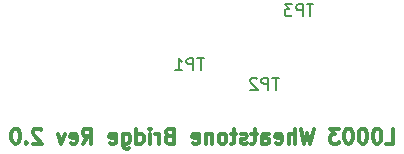
<source format=gbr>
%TF.GenerationSoftware,KiCad,Pcbnew,(6.0.5)*%
%TF.CreationDate,2022-06-11T19:53:57-07:00*%
%TF.ProjectId,L0003-Wheatstone-Bridge,4c303030-332d-4576-9865-617473746f6e,rev?*%
%TF.SameCoordinates,Original*%
%TF.FileFunction,Legend,Bot*%
%TF.FilePolarity,Positive*%
%FSLAX46Y46*%
G04 Gerber Fmt 4.6, Leading zero omitted, Abs format (unit mm)*
G04 Created by KiCad (PCBNEW (6.0.5)) date 2022-06-11 19:53:57*
%MOMM*%
%LPD*%
G01*
G04 APERTURE LIST*
%ADD10C,0.300000*%
%ADD11C,0.150000*%
G04 APERTURE END LIST*
D10*
X131082142Y-94300523D02*
X131686904Y-94300523D01*
X131686904Y-93030523D01*
X130416904Y-93030523D02*
X130295952Y-93030523D01*
X130175000Y-93091000D01*
X130114523Y-93151476D01*
X130054047Y-93272428D01*
X129993571Y-93514333D01*
X129993571Y-93816714D01*
X130054047Y-94058619D01*
X130114523Y-94179571D01*
X130175000Y-94240047D01*
X130295952Y-94300523D01*
X130416904Y-94300523D01*
X130537857Y-94240047D01*
X130598333Y-94179571D01*
X130658809Y-94058619D01*
X130719285Y-93816714D01*
X130719285Y-93514333D01*
X130658809Y-93272428D01*
X130598333Y-93151476D01*
X130537857Y-93091000D01*
X130416904Y-93030523D01*
X129207380Y-93030523D02*
X129086428Y-93030523D01*
X128965476Y-93091000D01*
X128905000Y-93151476D01*
X128844523Y-93272428D01*
X128784047Y-93514333D01*
X128784047Y-93816714D01*
X128844523Y-94058619D01*
X128905000Y-94179571D01*
X128965476Y-94240047D01*
X129086428Y-94300523D01*
X129207380Y-94300523D01*
X129328333Y-94240047D01*
X129388809Y-94179571D01*
X129449285Y-94058619D01*
X129509761Y-93816714D01*
X129509761Y-93514333D01*
X129449285Y-93272428D01*
X129388809Y-93151476D01*
X129328333Y-93091000D01*
X129207380Y-93030523D01*
X127997857Y-93030523D02*
X127876904Y-93030523D01*
X127755952Y-93091000D01*
X127695476Y-93151476D01*
X127635000Y-93272428D01*
X127574523Y-93514333D01*
X127574523Y-93816714D01*
X127635000Y-94058619D01*
X127695476Y-94179571D01*
X127755952Y-94240047D01*
X127876904Y-94300523D01*
X127997857Y-94300523D01*
X128118809Y-94240047D01*
X128179285Y-94179571D01*
X128239761Y-94058619D01*
X128300238Y-93816714D01*
X128300238Y-93514333D01*
X128239761Y-93272428D01*
X128179285Y-93151476D01*
X128118809Y-93091000D01*
X127997857Y-93030523D01*
X127151190Y-93030523D02*
X126365000Y-93030523D01*
X126788333Y-93514333D01*
X126606904Y-93514333D01*
X126485952Y-93574809D01*
X126425476Y-93635285D01*
X126365000Y-93756238D01*
X126365000Y-94058619D01*
X126425476Y-94179571D01*
X126485952Y-94240047D01*
X126606904Y-94300523D01*
X126969761Y-94300523D01*
X127090714Y-94240047D01*
X127151190Y-94179571D01*
X124974047Y-93030523D02*
X124671666Y-94300523D01*
X124429761Y-93393380D01*
X124187857Y-94300523D01*
X123885476Y-93030523D01*
X123401666Y-94300523D02*
X123401666Y-93030523D01*
X122857380Y-94300523D02*
X122857380Y-93635285D01*
X122917857Y-93514333D01*
X123038809Y-93453857D01*
X123220238Y-93453857D01*
X123341190Y-93514333D01*
X123401666Y-93574809D01*
X121768809Y-94240047D02*
X121889761Y-94300523D01*
X122131666Y-94300523D01*
X122252619Y-94240047D01*
X122313095Y-94119095D01*
X122313095Y-93635285D01*
X122252619Y-93514333D01*
X122131666Y-93453857D01*
X121889761Y-93453857D01*
X121768809Y-93514333D01*
X121708333Y-93635285D01*
X121708333Y-93756238D01*
X122313095Y-93877190D01*
X120619761Y-94300523D02*
X120619761Y-93635285D01*
X120680238Y-93514333D01*
X120801190Y-93453857D01*
X121043095Y-93453857D01*
X121164047Y-93514333D01*
X120619761Y-94240047D02*
X120740714Y-94300523D01*
X121043095Y-94300523D01*
X121164047Y-94240047D01*
X121224523Y-94119095D01*
X121224523Y-93998142D01*
X121164047Y-93877190D01*
X121043095Y-93816714D01*
X120740714Y-93816714D01*
X120619761Y-93756238D01*
X120196428Y-93453857D02*
X119712619Y-93453857D01*
X120015000Y-93030523D02*
X120015000Y-94119095D01*
X119954523Y-94240047D01*
X119833571Y-94300523D01*
X119712619Y-94300523D01*
X119349761Y-94240047D02*
X119228809Y-94300523D01*
X118986904Y-94300523D01*
X118865952Y-94240047D01*
X118805476Y-94119095D01*
X118805476Y-94058619D01*
X118865952Y-93937666D01*
X118986904Y-93877190D01*
X119168333Y-93877190D01*
X119289285Y-93816714D01*
X119349761Y-93695761D01*
X119349761Y-93635285D01*
X119289285Y-93514333D01*
X119168333Y-93453857D01*
X118986904Y-93453857D01*
X118865952Y-93514333D01*
X118442619Y-93453857D02*
X117958809Y-93453857D01*
X118261190Y-93030523D02*
X118261190Y-94119095D01*
X118200714Y-94240047D01*
X118079761Y-94300523D01*
X117958809Y-94300523D01*
X117354047Y-94300523D02*
X117475000Y-94240047D01*
X117535476Y-94179571D01*
X117595952Y-94058619D01*
X117595952Y-93695761D01*
X117535476Y-93574809D01*
X117475000Y-93514333D01*
X117354047Y-93453857D01*
X117172619Y-93453857D01*
X117051666Y-93514333D01*
X116991190Y-93574809D01*
X116930714Y-93695761D01*
X116930714Y-94058619D01*
X116991190Y-94179571D01*
X117051666Y-94240047D01*
X117172619Y-94300523D01*
X117354047Y-94300523D01*
X116386428Y-93453857D02*
X116386428Y-94300523D01*
X116386428Y-93574809D02*
X116325952Y-93514333D01*
X116205000Y-93453857D01*
X116023571Y-93453857D01*
X115902619Y-93514333D01*
X115842142Y-93635285D01*
X115842142Y-94300523D01*
X114753571Y-94240047D02*
X114874523Y-94300523D01*
X115116428Y-94300523D01*
X115237380Y-94240047D01*
X115297857Y-94119095D01*
X115297857Y-93635285D01*
X115237380Y-93514333D01*
X115116428Y-93453857D01*
X114874523Y-93453857D01*
X114753571Y-93514333D01*
X114693095Y-93635285D01*
X114693095Y-93756238D01*
X115297857Y-93877190D01*
X112757857Y-93635285D02*
X112576428Y-93695761D01*
X112515952Y-93756238D01*
X112455476Y-93877190D01*
X112455476Y-94058619D01*
X112515952Y-94179571D01*
X112576428Y-94240047D01*
X112697380Y-94300523D01*
X113181190Y-94300523D01*
X113181190Y-93030523D01*
X112757857Y-93030523D01*
X112636904Y-93091000D01*
X112576428Y-93151476D01*
X112515952Y-93272428D01*
X112515952Y-93393380D01*
X112576428Y-93514333D01*
X112636904Y-93574809D01*
X112757857Y-93635285D01*
X113181190Y-93635285D01*
X111911190Y-94300523D02*
X111911190Y-93453857D01*
X111911190Y-93695761D02*
X111850714Y-93574809D01*
X111790238Y-93514333D01*
X111669285Y-93453857D01*
X111548333Y-93453857D01*
X111125000Y-94300523D02*
X111125000Y-93453857D01*
X111125000Y-93030523D02*
X111185476Y-93091000D01*
X111125000Y-93151476D01*
X111064523Y-93091000D01*
X111125000Y-93030523D01*
X111125000Y-93151476D01*
X109975952Y-94300523D02*
X109975952Y-93030523D01*
X109975952Y-94240047D02*
X110096904Y-94300523D01*
X110338809Y-94300523D01*
X110459761Y-94240047D01*
X110520238Y-94179571D01*
X110580714Y-94058619D01*
X110580714Y-93695761D01*
X110520238Y-93574809D01*
X110459761Y-93514333D01*
X110338809Y-93453857D01*
X110096904Y-93453857D01*
X109975952Y-93514333D01*
X108826904Y-93453857D02*
X108826904Y-94481952D01*
X108887380Y-94602904D01*
X108947857Y-94663380D01*
X109068809Y-94723857D01*
X109250238Y-94723857D01*
X109371190Y-94663380D01*
X108826904Y-94240047D02*
X108947857Y-94300523D01*
X109189761Y-94300523D01*
X109310714Y-94240047D01*
X109371190Y-94179571D01*
X109431666Y-94058619D01*
X109431666Y-93695761D01*
X109371190Y-93574809D01*
X109310714Y-93514333D01*
X109189761Y-93453857D01*
X108947857Y-93453857D01*
X108826904Y-93514333D01*
X107738333Y-94240047D02*
X107859285Y-94300523D01*
X108101190Y-94300523D01*
X108222142Y-94240047D01*
X108282619Y-94119095D01*
X108282619Y-93635285D01*
X108222142Y-93514333D01*
X108101190Y-93453857D01*
X107859285Y-93453857D01*
X107738333Y-93514333D01*
X107677857Y-93635285D01*
X107677857Y-93756238D01*
X108282619Y-93877190D01*
X105440238Y-94300523D02*
X105863571Y-93695761D01*
X106165952Y-94300523D02*
X106165952Y-93030523D01*
X105682142Y-93030523D01*
X105561190Y-93091000D01*
X105500714Y-93151476D01*
X105440238Y-93272428D01*
X105440238Y-93453857D01*
X105500714Y-93574809D01*
X105561190Y-93635285D01*
X105682142Y-93695761D01*
X106165952Y-93695761D01*
X104412142Y-94240047D02*
X104533095Y-94300523D01*
X104775000Y-94300523D01*
X104895952Y-94240047D01*
X104956428Y-94119095D01*
X104956428Y-93635285D01*
X104895952Y-93514333D01*
X104775000Y-93453857D01*
X104533095Y-93453857D01*
X104412142Y-93514333D01*
X104351666Y-93635285D01*
X104351666Y-93756238D01*
X104956428Y-93877190D01*
X103928333Y-93453857D02*
X103625952Y-94300523D01*
X103323571Y-93453857D01*
X101932619Y-93151476D02*
X101872142Y-93091000D01*
X101751190Y-93030523D01*
X101448809Y-93030523D01*
X101327857Y-93091000D01*
X101267380Y-93151476D01*
X101206904Y-93272428D01*
X101206904Y-93393380D01*
X101267380Y-93574809D01*
X101993095Y-94300523D01*
X101206904Y-94300523D01*
X100662619Y-94179571D02*
X100602142Y-94240047D01*
X100662619Y-94300523D01*
X100723095Y-94240047D01*
X100662619Y-94179571D01*
X100662619Y-94300523D01*
X99815952Y-93030523D02*
X99695000Y-93030523D01*
X99574047Y-93091000D01*
X99513571Y-93151476D01*
X99453095Y-93272428D01*
X99392619Y-93514333D01*
X99392619Y-93816714D01*
X99453095Y-94058619D01*
X99513571Y-94179571D01*
X99574047Y-94240047D01*
X99695000Y-94300523D01*
X99815952Y-94300523D01*
X99936904Y-94240047D01*
X99997380Y-94179571D01*
X100057857Y-94058619D01*
X100118333Y-93816714D01*
X100118333Y-93514333D01*
X100057857Y-93272428D01*
X99997380Y-93151476D01*
X99936904Y-93091000D01*
X99815952Y-93030523D01*
D11*
%TO.C,TP1*%
X115688904Y-87082380D02*
X115117476Y-87082380D01*
X115403190Y-88082380D02*
X115403190Y-87082380D01*
X114784142Y-88082380D02*
X114784142Y-87082380D01*
X114403190Y-87082380D01*
X114307952Y-87130000D01*
X114260333Y-87177619D01*
X114212714Y-87272857D01*
X114212714Y-87415714D01*
X114260333Y-87510952D01*
X114307952Y-87558571D01*
X114403190Y-87606190D01*
X114784142Y-87606190D01*
X113260333Y-88082380D02*
X113831761Y-88082380D01*
X113546047Y-88082380D02*
X113546047Y-87082380D01*
X113641285Y-87225238D01*
X113736523Y-87320476D01*
X113831761Y-87368095D01*
%TO.C,TP2*%
X122038904Y-88733380D02*
X121467476Y-88733380D01*
X121753190Y-89733380D02*
X121753190Y-88733380D01*
X121134142Y-89733380D02*
X121134142Y-88733380D01*
X120753190Y-88733380D01*
X120657952Y-88781000D01*
X120610333Y-88828619D01*
X120562714Y-88923857D01*
X120562714Y-89066714D01*
X120610333Y-89161952D01*
X120657952Y-89209571D01*
X120753190Y-89257190D01*
X121134142Y-89257190D01*
X120181761Y-88828619D02*
X120134142Y-88781000D01*
X120038904Y-88733380D01*
X119800809Y-88733380D01*
X119705571Y-88781000D01*
X119657952Y-88828619D01*
X119610333Y-88923857D01*
X119610333Y-89019095D01*
X119657952Y-89161952D01*
X120229380Y-89733380D01*
X119610333Y-89733380D01*
%TO.C,TP3*%
X124959904Y-82510380D02*
X124388476Y-82510380D01*
X124674190Y-83510380D02*
X124674190Y-82510380D01*
X124055142Y-83510380D02*
X124055142Y-82510380D01*
X123674190Y-82510380D01*
X123578952Y-82558000D01*
X123531333Y-82605619D01*
X123483714Y-82700857D01*
X123483714Y-82843714D01*
X123531333Y-82938952D01*
X123578952Y-82986571D01*
X123674190Y-83034190D01*
X124055142Y-83034190D01*
X123150380Y-82510380D02*
X122531333Y-82510380D01*
X122864666Y-82891333D01*
X122721809Y-82891333D01*
X122626571Y-82938952D01*
X122578952Y-82986571D01*
X122531333Y-83081809D01*
X122531333Y-83319904D01*
X122578952Y-83415142D01*
X122626571Y-83462761D01*
X122721809Y-83510380D01*
X123007523Y-83510380D01*
X123102761Y-83462761D01*
X123150380Y-83415142D01*
%TD*%
M02*

</source>
